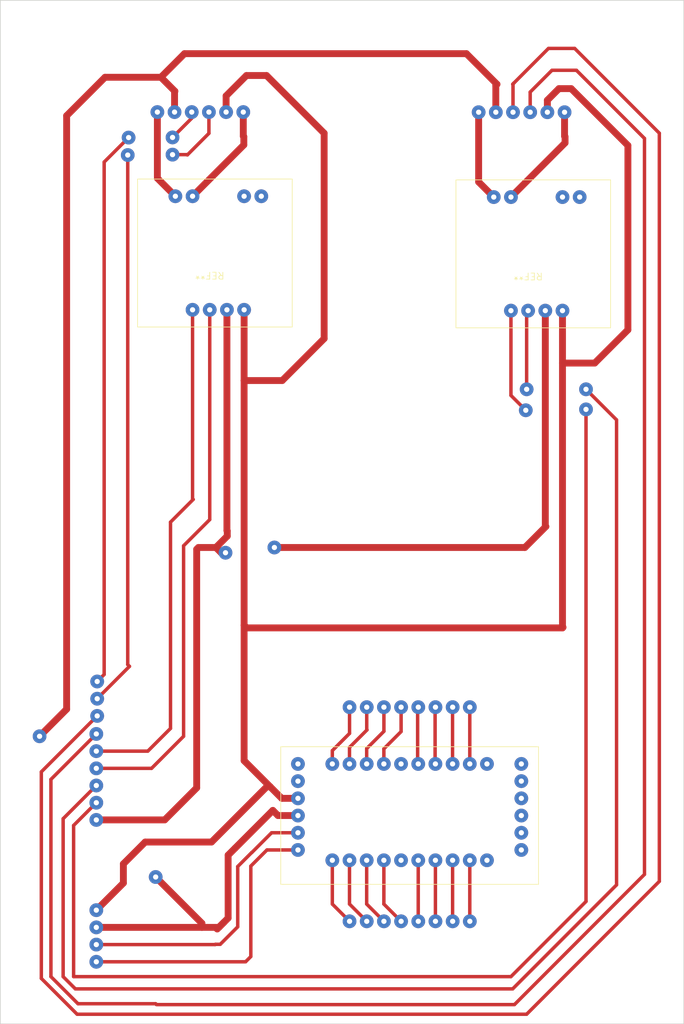
<source format=kicad_pcb>
(kicad_pcb (version 20221018) (generator pcbnew)
  (layers (0 "F.Cu" signal) (31 "B.Cu" signal) (34 "B.Paste" user) (35 "F.Paste" user) (36 "B.SilkS" user "B.Silkscreen") (37 "F.SilkS" user "F.Silkscreen") (38 "B.Mask" user) (39 "F.Mask" user) (44 "Edge.Cuts" user))
  (net 0 "")
  (footprint "" (layer "F.Cu") (at 102.997 50.653)
    (fp_text reference "" (at 0 0) (layer "F.SilkS") (effects (font (size 1.27 1.27))))
    (fp_text value "" (at 0 0) (layer "F.SilkS") (effects (font (size 1.27 1.27))))
    (pad "17" thru_hole circle (at 0 0 180) (size 2 2) (drill 0.762) (layers "*.Cu" "*.Mask"))
  )
  (footprint "" (layer "F.Cu") (at 95.497 50.653)
    (fp_text reference "" (at 0 0) (layer "F.SilkS") (effects (font (size 1.27 1.27))))
    (fp_text value "" (at 0 0) (layer "F.SilkS") (effects (font (size 1.27 1.27))))
    (pad "17" thru_hole circle (at 0 0 180) (size 2 2) (drill 0.762) (layers "*.Cu" "*.Mask"))
  )
  (footprint "" (layer "F.Cu") (at 149.098 93.98)
    (fp_text reference "" (at 0 0) (layer "F.SilkS") (effects (font (size 1.27 1.27))))
    (fp_text value "" (at 0 0) (layer "F.SilkS") (effects (font (size 1.27 1.27))))
    (pad "17" thru_hole circle (at 0 0 180) (size 2 2) (drill 0.762) (layers "*.Cu" "*.Mask"))
  )
  (footprint "" (layer "F.Cu") (at 91.186 56.896 90)
    (fp_text reference "" (at 0 0 90) (layer "F.SilkS") (effects (font (size 1.27 1.27))))
    (fp_text value "" (at 0 0 90) (layer "F.SilkS") (effects (font (size 1.27 1.27))))
    (pad "17" thru_hole circle (at 0 0 270) (size 2 2) (drill 0.762) (layers "*.Cu" "*.Mask"))
  )
  (footprint "" (layer "F.Cu") (at 86.614 174.117)
    (fp_text reference "" (at 0 0) (layer "F.SilkS") (effects (font (size 1.27 1.27))))
    (fp_text value "" (at 0 0) (layer "F.SilkS") (effects (font (size 1.27 1.27))))
    (pad "17" thru_hole circle (at 0 0 180) (size 2 2) (drill 0.762) (layers "*.Cu" "*.Mask"))
  )
  (footprint "" (layer "F.Cu") (at 86.741 135.89)
    (fp_text reference "" (at 0 0) (layer "F.SilkS") (effects (font (size 1.27 1.27))))
    (fp_text value "" (at 0 0) (layer "F.SilkS") (effects (font (size 1.27 1.27))))
    (pad "17" thru_hole circle (at 0 0 180) (size 2 2) (drill 0.762) (layers "*.Cu" "*.Mask"))
  )
  (footprint "" (layer "F.Cu") (at 135.958 137.12)
    (fp_text reference "" (at 0 0) (layer "F.SilkS") (effects (font (size 1.27 1.27))))
    (fp_text value "" (at 0 0) (layer "F.SilkS") (effects (font (size 1.27 1.27))))
    (pad "17" thru_hole circle (at 0 0 180) (size 2 2) (drill 0.762) (layers "*.Cu" "*.Mask"))
  )
  (footprint "" (layer "F.Cu") (at 138.458 168.235)
    (fp_text reference "" (at 0 0) (layer "F.SilkS") (effects (font (size 1.27 1.27))))
    (fp_text value "" (at 0 0) (layer "F.SilkS") (effects (font (size 1.27 1.27))))
    (pad "17" thru_hole circle (at 0 0 180) (size 2 2) (drill 0.762) (layers "*.Cu" "*.Mask"))
  )
  (footprint "" (layer "F.Cu") (at 112.522 113.919)
    (fp_text reference "" (at 0 0) (layer "F.SilkS") (effects (font (size 1.27 1.27))))
    (fp_text value "" (at 0 0) (layer "F.SilkS") (effects (font (size 1.27 1.27))))
    (pad "17" thru_hole circle (at 0 0 180) (size 2 2) (drill 0.762) (layers "*.Cu" "*.Mask"))
  )
  (footprint "" (layer "F.Cu") (at 144.74 50.673)
    (fp_text reference "" (at 0 0) (layer "F.SilkS") (effects (font (size 1.27 1.27))))
    (fp_text value "" (at 0 0) (layer "F.SilkS") (effects (font (size 1.27 1.27))))
    (pad "17" thru_hole circle (at 0 0 180) (size 2 2) (drill 0.762) (layers "*.Cu" "*.Mask"))
  )
  (footprint "" (layer "F.Cu") (at 97.703 56.836 90)
    (fp_text reference "" (at 0 0 90) (layer "F.SilkS") (effects (font (size 1.27 1.27))))
    (fp_text value "" (at 0 0 90) (layer "F.SilkS") (effects (font (size 1.27 1.27))))
    (pad "17" thru_hole circle (at 0 0 270) (size 2 2) (drill 0.762) (layers "*.Cu" "*.Mask"))
  )
  (footprint "" (layer "F.Cu") (at 86.614 169.117)
    (fp_text reference "" (at 0 0) (layer "F.SilkS") (effects (font (size 1.27 1.27))))
    (fp_text value "" (at 0 0) (layer "F.SilkS") (effects (font (size 1.27 1.27))))
    (pad "17" thru_hole circle (at 0 0 180) (size 2 2) (drill 0.762) (layers "*.Cu" "*.Mask"))
  )
  (footprint "" (layer "F.Cu") (at 97.997 50.653)
    (fp_text reference "" (at 0 0) (layer "F.SilkS") (effects (font (size 1.27 1.27))))
    (fp_text value "" (at 0 0) (layer "F.SilkS") (effects (font (size 1.27 1.27))))
    (pad "17" thru_hole circle (at 0 0 180) (size 2 2) (drill 0.762) (layers "*.Cu" "*.Mask"))
  )
  (footprint "" (layer "F.Cu") (at 91.313 54.356 90)
    (fp_text reference "" (at 0 0 90) (layer "F.SilkS") (effects (font (size 1.27 1.27))))
    (fp_text value "" (at 0 0 90) (layer "F.SilkS") (effects (font (size 1.27 1.27))))
    (pad "17" thru_hole circle (at 0 0 270) (size 2 2) (drill 0.762) (layers "*.Cu" "*.Mask"))
  )
  (footprint "" (layer "F.Cu") (at 107.997 50.653)
    (fp_text reference "" (at 0 0) (layer "F.SilkS") (effects (font (size 1.27 1.27))))
    (fp_text value "" (at 0 0) (layer "F.SilkS") (effects (font (size 1.27 1.27))))
    (pad "17" thru_hole circle (at 0 0 180) (size 2 2) (drill 0.762) (layers "*.Cu" "*.Mask"))
  )
  (footprint "" (layer "F.Cu") (at 105.497 50.653)
    (fp_text reference "" (at 0 0) (layer "F.SilkS") (effects (font (size 1.27 1.27))))
    (fp_text value "" (at 0 0) (layer "F.SilkS") (effects (font (size 1.27 1.27))))
    (pad "17" thru_hole circle (at 0 0 180) (size 2 2) (drill 0.762) (layers "*.Cu" "*.Mask"))
  )
  (footprint "" (layer "F.Cu") (at 147.24 50.673)
    (fp_text reference "" (at 0 0) (layer "F.SilkS") (effects (font (size 1.27 1.27))))
    (fp_text value "" (at 0 0) (layer "F.SilkS") (effects (font (size 1.27 1.27))))
    (pad "17" thru_hole circle (at 0 0 180) (size 2 2) (drill 0.762) (layers "*.Cu" "*.Mask"))
  )
  (footprint "" (layer "F.Cu") (at 149.74 50.673)
    (fp_text reference "" (at 0 0) (layer "F.SilkS") (effects (font (size 1.27 1.27))))
    (fp_text value "" (at 0 0) (layer "F.SilkS") (effects (font (size 1.27 1.27))))
    (pad "17" thru_hole circle (at 0 0 180) (size 2 2) (drill 0.762) (layers "*.Cu" "*.Mask"))
  )
  (footprint "" (layer "F.Cu") (at 142.24 50.673)
    (fp_text reference "" (at 0 0) (layer "F.SilkS") (effects (font (size 1.27 1.27))))
    (fp_text value "" (at 0 0) (layer "F.SilkS") (effects (font (size 1.27 1.27))))
    (pad "17" thru_hole circle (at 0 0 180) (size 2 2) (drill 0.762) (layers "*.Cu" "*.Mask"))
  )
  (footprint "" (layer "F.Cu") (at 100.497 50.653)
    (fp_text reference "" (at 0 0) (layer "F.SilkS") (effects (font (size 1.27 1.27))))
    (fp_text value "" (at 0 0) (layer "F.SilkS") (effects (font (size 1.27 1.27))))
    (pad "17" thru_hole circle (at 0 0 180) (size 2 2) (drill 0.762) (layers "*.Cu" "*.Mask"))
  )
  (footprint "" (layer "F.Cu") (at 140.958 168.235)
    (fp_text reference "" (at 0 0) (layer "F.SilkS") (effects (font (size 1.27 1.27))))
    (fp_text value "" (at 0 0) (layer "F.SilkS") (effects (font (size 1.27 1.27))))
    (pad "17" thru_hole circle (at 0 0 180) (size 2 2) (drill 0.762) (layers "*.Cu" "*.Mask"))
  )
  (footprint "" (layer "F.Cu") (at 157.861 90.932)
    (fp_text reference "" (at 0 0) (layer "F.SilkS") (effects (font (size 1.27 1.27))))
    (fp_text value "" (at 0 0) (layer "F.SilkS") (effects (font (size 1.27 1.27))))
    (pad "17" thru_hole circle (at 0 0 180) (size 2 2) (drill 0.762) (layers "*.Cu" "*.Mask"))
  )
  (footprint "" (layer "F.Cu") (at 133.458 137.12)
    (fp_text reference "" (at 0 0) (layer "F.SilkS") (effects (font (size 1.27 1.27))))
    (fp_text value "" (at 0 0) (layer "F.SilkS") (effects (font (size 1.27 1.27))))
    (pad "17" thru_hole circle (at 0 0 180) (size 2 2) (drill 0.762) (layers "*.Cu" "*.Mask"))
  )
  (footprint "" (layer "F.Cu") (at 138.458 137.12)
    (fp_text reference "" (at 0 0) (layer "F.SilkS") (effects (font (size 1.27 1.27))))
    (fp_text value "" (at 0 0) (layer "F.SilkS") (effects (font (size 1.27 1.27))))
    (pad "17" thru_hole circle (at 0 0 180) (size 2 2) (drill 0.762) (layers "*.Cu" "*.Mask"))
  )
  (footprint "" (layer "F.Cu") (at 105.41 114.681)
    (fp_text reference "" (at 0 0) (layer "F.SilkS") (effects (font (size 1.27 1.27))))
    (fp_text value "" (at 0 0) (layer "F.SilkS") (effects (font (size 1.27 1.27))))
    (pad "17" thru_hole circle (at 0 0 180) (size 2 2) (drill 0.762) (layers "*.Cu" "*.Mask"))
  )
  (footprint "" (layer "F.Cu") (at 130.958 137.12)
    (fp_text reference "" (at 0 0) (layer "F.SilkS") (effects (font (size 1.27 1.27))))
    (fp_text value "" (at 0 0) (layer "F.SilkS") (effects (font (size 1.27 1.27))))
    (pad "17" thru_hole circle (at 0 0 180) (size 2 2) (drill 0.762) (layers "*.Cu" "*.Mask"))
  )
  (footprint "" (layer "F.Cu") (at 86.614 171.617)
    (fp_text reference "" (at 0 0) (layer "F.SilkS") (effects (font (size 1.27 1.27))))
    (fp_text value "" (at 0 0) (layer "F.SilkS") (effects (font (size 1.27 1.27))))
    (pad "17" thru_hole circle (at 0 0 180) (size 2 2) (drill 0.762) (layers "*.Cu" "*.Mask"))
  )
  (footprint "" (layer "F.Cu") (at 86.614 148.503)
    (fp_text reference "" (at 0 0) (layer "F.SilkS") (effects (font (size 1.27 1.27))))
    (fp_text value "" (at 0 0) (layer "F.SilkS") (effects (font (size 1.27 1.27))))
    (pad "17" thru_hole circle (at 0 0 180) (size 2 2) (drill 0.762) (layers "*.Cu" "*.Mask"))
  )
  (footprint "" (layer "F.Cu") (at 128.458 137.12)
    (fp_text reference "" (at 0 0) (layer "F.SilkS") (effects (font (size 1.27 1.27))))
    (fp_text value "" (at 0 0) (layer "F.SilkS") (effects (font (size 1.27 1.27))))
    (pad "17" thru_hole circle (at 0 0 180) (size 2 2) (drill 0.762) (layers "*.Cu" "*.Mask"))
  )
  (footprint "temp:DRV8871_temp" (layer "F.Cu") (at 149.439 72.002 180)
    (fp_text reference "REF**" (at 0 -2.5 180 unlocked) (layer "F.SilkS") (effects (font (thickness 0.1))))
    (fp_text value "DRV8871_temp")
    (fp_rect (start -12 -10) (end 10.5 11.5) (stroke (width 0.1)) (fill none) (layer "F.SilkS"))
    (pad "17" thru_hole circle (at -7.5 9 180) (size 2 2) (drill 0.762) (layers "*.Cu" "*.Mask"))
    (pad "17" thru_hole circle (at -5 -7.5 180) (size 2 2) (drill 0.762) (layers "*.Cu" "*.Mask"))
    (pad "17" thru_hole circle (at -5 9 180) (size 2 2) (drill 0.762) (layers "*.Cu" "*.Mask"))
    (pad "17" thru_hole circle (at -2.5 -7.5 180) (size 2 2) (drill 0.762) (layers "*.Cu" "*.Mask"))
    (pad "17" thru_hole circle (at 0 -7.5 180) (size 2 2) (drill 0.762) (layers "*.Cu" "*.Mask"))
    (pad "17" thru_hole circle (at 2.5 -7.5 180) (size 2 2) (drill 0.762) (layers "*.Cu" "*.Mask"))
    (pad "17" thru_hole circle (at 2.5 9 180) (size 2 2) (drill 0.762) (layers "*.Cu" "*.Mask"))
    (pad "17" thru_hole circle (at 5 9 180) (size 2 2) (drill 0.762) (layers "*.Cu" "*.Mask"))
  )
  (footprint "" (layer "F.Cu") (at 125.958 137.12)
    (fp_text reference "" (at 0 0) (layer "F.SilkS") (effects (font (size 1.27 1.27))))
    (fp_text value "" (at 0 0) (layer "F.SilkS") (effects (font (size 1.27 1.27))))
    (pad "17" thru_hole circle (at 0 0 180) (size 2 2) (drill 0.762) (layers "*.Cu" "*.Mask"))
  )
  (footprint "" (layer "F.Cu") (at 97.703 54.336 90)
    (fp_text reference "" (at 0 0 90) (layer "F.SilkS") (effects (font (size 1.27 1.27))))
    (fp_text value "" (at 0 0 90) (layer "F.SilkS") (effects (font (size 1.27 1.27))))
    (pad "17" thru_hole circle (at 0 0 270) (size 2 2) (drill 0.762) (layers "*.Cu" "*.Mask"))
  )
  (footprint "" (layer "F.Cu") (at 123.458 137.12)
    (fp_text reference "" (at 0 0) (layer "F.SilkS") (effects (font (size 1.27 1.27))))
    (fp_text value "" (at 0 0) (layer "F.SilkS") (effects (font (size 1.27 1.27))))
    (pad "17" thru_hole circle (at 0 0 180) (size 2 2) (drill 0.762) (layers "*.Cu" "*.Mask"))
  )
  (footprint "" (layer "F.Cu") (at 123.458 168.235)
    (fp_text reference "" (at 0 0) (layer "F.SilkS") (effects (font (size 1.27 1.27))))
    (fp_text value "" (at 0 0) (layer "F.SilkS") (effects (font (size 1.27 1.27))))
    (pad "17" thru_hole circle (at 0 0 180) (size 2 2) (drill 0.762) (layers "*.Cu" "*.Mask"))
  )
  (footprint "" (layer "F.Cu") (at 128.458 168.235)
    (fp_text reference "" (at 0 0) (layer "F.SilkS") (effects (font (size 1.27 1.27))))
    (fp_text value "" (at 0 0) (layer "F.SilkS") (effects (font (size 1.27 1.27))))
    (pad "17" thru_hole circle (at 0 0 180) (size 2 2) (drill 0.762) (layers "*.Cu" "*.Mask"))
  )
  (footprint "" (layer "F.Cu") (at 86.614 141.01)
    (fp_text reference "" (at 0 0) (layer "F.SilkS") (effects (font (size 1.27 1.27))))
    (fp_text value "" (at 0 0) (layer "F.SilkS") (effects (font (size 1.27 1.27))))
    (pad "17" thru_hole circle (at 0 0 180) (size 2 2) (drill 0.762) (layers "*.Cu" "*.Mask"))
  )
  (footprint "" (layer "F.Cu") (at 86.614 143.51)
    (fp_text reference "" (at 0 0) (layer "F.SilkS") (effects (font (size 1.27 1.27))))
    (fp_text value "" (at 0 0) (layer "F.SilkS") (effects (font (size 1.27 1.27))))
    (pad "17" thru_hole circle (at 0 0 180) (size 2 2) (drill 0.762) (layers "*.Cu" "*.Mask"))
  )
  (footprint "" (layer "F.Cu") (at 154.74 50.673)
    (fp_text reference "" (at 0 0) (layer "F.SilkS") (effects (font (size 1.27 1.27))))
    (fp_text value "" (at 0 0) (layer "F.SilkS") (effects (font (size 1.27 1.27))))
    (pad "17" thru_hole circle (at 0 0 180) (size 2 2) (drill 0.762) (layers "*.Cu" "*.Mask"))
  )
  (footprint "" (layer "F.Cu") (at 95.25 161.798)
    (fp_text reference "" (at 0 0) (layer "F.SilkS") (effects (font (size 1.27 1.27))))
    (fp_text value "" (at 0 0) (layer "F.SilkS") (effects (font (size 1.27 1.27))))
    (pad "17" thru_hole circle (at 0 0 180) (size 2 2) (drill 0.762) (layers "*.Cu" "*.Mask"))
  )
  (footprint "" (layer "F.Cu") (at 86.614 153.503)
    (fp_text reference "" (at 0 0) (layer "F.SilkS") (effects (font (size 1.27 1.27))))
    (fp_text value "" (at 0 0) (layer "F.SilkS") (effects (font (size 1.27 1.27))))
    (pad "17" thru_hole circle (at 0 0 180) (size 2 2) (drill 0.762) (layers "*.Cu" "*.Mask"))
  )
  (footprint "" (layer "F.Cu") (at 86.741 133.39)
    (fp_text reference "" (at 0 0) (layer "F.SilkS") (effects (font (size 1.27 1.27))))
    (fp_text value "" (at 0 0) (layer "F.SilkS") (effects (font (size 1.27 1.27))))
    (pad "17" thru_hole circle (at 0 0 180) (size 2 2) (drill 0.762) (layers "*.Cu" "*.Mask"))
  )
  (footprint "" (layer "F.Cu") (at 86.614 146.01)
    (fp_text reference "" (at 0 0) (layer "F.SilkS") (effects (font (size 1.27 1.27))))
    (fp_text value "" (at 0 0) (layer "F.SilkS") (effects (font (size 1.27 1.27))))
    (pad "17" thru_hole circle (at 0 0 180) (size 2 2) (drill 0.762) (layers "*.Cu" "*.Mask"))
  )
  (footprint "" (layer "F.Cu") (at 149.225 90.932)
    (fp_text reference "" (at 0 0) (layer "F.SilkS") (effects (font (size 1.27 1.27))))
    (fp_text value "" (at 0 0) (layer "F.SilkS") (effects (font (size 1.27 1.27))))
    (pad "17" thru_hole circle (at 0 0 180) (size 2 2) (drill 0.762) (layers "*.Cu" "*.Mask"))
  )
  (footprint "temp:SX_1509_temp" (layer "F.Cu") (at 130.951 152.868 180)
    (fp_text reference "REF**" hide)
    (fp_text value "SX_1509_temp")
    (fp_rect (start -20 -10) (end 17.5 10) (stroke (width 0.1)) (fill none) (layer "F.SilkS"))
    (pad "17" thru_hole circle (at -17.5 -5 180) (size 2 2) (drill 0.762) (layers "*.Cu" "*.Mask"))
    (pad "17" thru_hole circle (at -17.5 -2.5 180) (size 2 2) (drill 0.762) (layers "*.Cu" "*.Mask"))
    (pad "17" thru_hole circle (at -17.5 0 180) (size 2 2) (drill 0.762) (layers "*.Cu" "*.Mask"))
    (pad "17" thru_hole circle (at -17.5 2.5 180) (size 2 2) (drill 0.762) (layers "*.Cu" "*.Mask"))
    (pad "17" thru_hole circle (at -17.5 5 180) (size 2 2) (drill 0.762) (layers "*.Cu" "*.Mask"))
    (pad "17" thru_hole circle (at -17.5 7.5 180) (size 2 2) (drill 0.762) (layers "*.Cu" "*.Mask"))
    (pad "17" thru_hole circle (at -12.5 -6.5 180) (size 2 2) (drill 0.762) (layers "*.Cu" "*.Mask"))
    (pad "17" thru_hole circle (at -12.5 7.5 180) (size 2 2) (drill 0.762) (layers "*.Cu" "*.Mask"))
    (pad "17" thru_hole circle (at -10 -6.5 180) (size 2 2) (drill 0.762) (layers "*.Cu" "*.Mask"))
    (pad "17" thru_hole circle (at -10 7.5 180) (size 2 2) (drill 0.762) (layers "*.Cu" "*.Mask"))
    (pad "17" thru_hole circle (at -7.5 -6.5 180) (size 2 2) (drill 0.762) (layers "*.Cu" "*.Mask"))
    (pad "17" thru_hole circle (at -7.5 7.5 180) (size 2 2) (drill 0.762) (layers "*.Cu" "*.Mask"))
    (pad "17" thru_hole circle (at -5 -6.5 180) (size 2 2) (drill 0.762) (layers "*.Cu" "*.Mask"))
    (pad "17" thru_hole circle (at -5 7.5 180) (size 2 2) (drill 0.762) (layers "*.Cu" "*.Mask"))
    (pad "17" thru_hole circle (at -2.5 -6.5 180) (size 2 2) (drill 0.762) (layers "*.Cu" "*.Mask"))
    (pad "17" thru_hole circle (at -2.5 7.5 180) (size 2 2) (drill 0.762) (layers "*.Cu" "*.Mask"))
    (pad "17" thru_hole circle (at 0 -6.5 180) (size 2 2) (drill 0.762) (layers "*.Cu" "*.Mask"))
    (pad "17" thru_hole circle (at 0 7.5 180) (size 2 2) (drill 0.762) (layers "*.Cu" "*.Mask"))
    (pad "17" thru_hole circle (at 2.5 -6.5 180) (size 2 2) (drill 0.762) (layers "*.Cu" "*.Mask"))
    (pad "17" thru_hole circle (at 2.5 7.5 180) (size 2 2) (drill 0.762) (layers "*.Cu" "*.Mask"))
    (pad "17" thru_hole circle (at 5 -6.5 180) (size 2 2) (drill 0.762) (layers "*.Cu" "*.Mask"))
    (pad "17" thru_hole circle (at 5 7.5 180) (size 2 2) (drill 0.762) (layers "*.Cu" "*.Mask"))
    (pad "17" thru_hole circle (at 7.5 -6.5 180) (size 2 2) (drill 0.762) (layers "*.Cu" "*.Mask"))
    (pad "17" thru_hole circle (at 7.5 7.5 180) (size 2 2) (drill 0.762) (layers "*.Cu" "*.Mask"))
    (pad "17" thru_hole circle (at 10 -6.5 180) (size 2 2) (drill 0.762) (layers "*.Cu" "*.Mask"))
    (pad "17" thru_hole circle (at 10 7.5 180) (size 2 2) (drill 0.762) (layers "*.Cu" "*.Mask"))
    (pad "17" thru_hole circle (at 15 -5 180) (size 2 2) (drill 0.762) (layers "*.Cu" "*.Mask"))
    (pad "17" thru_hole circle (at 15 -2.5 180) (size 2 2) (drill 0.762) (layers "*.Cu" "*.Mask"))
    (pad "17" thru_hole circle (at 15 0 180) (size 2 2) (drill 0.762) (layers "*.Cu" "*.Mask"))
    (pad "17" thru_hole circle (at 15 2.5 180) (size 2 2) (drill 0.762) (layers "*.Cu" "*.Mask"))
    (pad "17" thru_hole circle (at 15 5 180) (size 2 2) (drill 0.762) (layers "*.Cu" "*.Mask"))
    (pad "17" thru_hole circle (at 15 7.5 180) (size 2 2) (drill 0.762) (layers "*.Cu" "*.Mask"))
  )
  (footprint "" (layer "F.Cu") (at 86.741 138.39)
    (fp_text reference "" (at 0 0) (layer "F.SilkS") (effects (font (size 1.27 1.27))))
    (fp_text value "" (at 0 0) (layer "F.SilkS") (effects (font (size 1.27 1.27))))
    (pad "17" thru_hole circle (at 0 0 180) (size 2 2) (drill 0.762) (layers "*.Cu" "*.Mask"))
  )
  (footprint "" (layer "F.Cu") (at 152.24 50.673)
    (fp_text reference "" (at 0 0) (layer "F.SilkS") (effects (font (size 1.27 1.27))))
    (fp_text value "" (at 0 0) (layer "F.SilkS") (effects (font (size 1.27 1.27))))
    (pad "17" thru_hole circle (at 0 0 180) (size 2 2) (drill 0.762) (layers "*.Cu" "*.Mask"))
  )
  (footprint "" (layer "F.Cu") (at 130.958 168.235)
    (fp_text reference "" (at 0 0) (layer "F.SilkS") (effects (font (size 1.27 1.27))))
    (fp_text value "" (at 0 0) (layer "F.SilkS") (effects (font (size 1.27 1.27))))
    (pad "17" thru_hole circle (at 0 0 180) (size 2 2) (drill 0.762) (layers "*.Cu" "*.Mask"))
  )
  (footprint "" (layer "F.Cu") (at 86.614 151.003)
    (fp_text reference "" (at 0 0) (layer "F.SilkS") (effects (font (size 1.27 1.27))))
    (fp_text value "" (at 0 0) (layer "F.SilkS") (effects (font (size 1.27 1.27))))
    (pad "17" thru_hole circle (at 0 0 180) (size 2 2) (drill 0.762) (layers "*.Cu" "*.Mask"))
  )
  (footprint "" (layer "F.Cu") (at 125.958 168.235)
    (fp_text reference "" (at 0 0) (layer "F.SilkS") (effects (font (size 1.27 1.27))))
    (fp_text value "" (at 0 0) (layer "F.SilkS") (effects (font (size 1.27 1.27))))
    (pad "17" thru_hole circle (at 0 0 180) (size 2 2) (drill 0.762) (layers "*.Cu" "*.Mask"))
  )
  (footprint "" (layer "F.Cu") (at 86.614 166.617)
    (fp_text reference "" (at -4.332 -1.651) (layer "F.SilkS") (effects (font (size 1.27 1.27))))
    (fp_text value "" (at -4.332 -1.651) (layer "F.SilkS") (effects (font (size 1.27 1.27))))
    (pad "17" thru_hole circle (at 0 0 180) (size 2 2) (drill 0.762) (layers "*.Cu" "*.Mask"))
  )
  (footprint "" (layer "F.Cu") (at 135.958 168.235)
    (fp_text reference "" (at 0 0) (layer "F.SilkS") (effects (font (size 1.27 1.27))))
    (fp_text value "" (at 0 0) (layer "F.SilkS") (effects (font (size 1.27 1.27))))
    (pad "17" thru_hole circle (at 0 0 180) (size 2 2) (drill 0.762) (layers "*.Cu" "*.Mask"))
  )
  (footprint "" (layer "F.Cu") (at 78.359 141.351)
    (fp_text reference "" (at 0 0) (layer "F.SilkS") (effects (font (size 1.27 1.27))))
    (fp_text value "" (at 0 0) (layer "F.SilkS") (effects (font (size 1.27 1.27))))
    (pad "17" thru_hole circle (at 0 0 180) (size 2 2) (drill 0.762) (layers "*.Cu" "*.Mask"))
  )
  (footprint "" (layer "F.Cu") (at 133.458 168.235)
    (fp_text reference "" (at 0 0) (layer "F.SilkS") (effects (font (size 1.27 1.27))))
    (fp_text value "" (at 0 0) (layer "F.SilkS") (effects (font (size 1.27 1.27))))
    (pad "17" thru_hole circle (at 0 0 180) (size 2 2) (drill 0.762) (layers "*.Cu" "*.Mask"))
  )
  (footprint "" (layer "F.Cu") (at 157.861 93.853)
    (fp_text reference "" (at 0 0) (layer "F.SilkS") (effects (font (size 1.27 1.27))))
    (fp_text value "" (at 0 0) (layer "F.SilkS") (effects (font (size 1.27 1.27))))
    (pad "17" thru_hole circle (at 0 0 180) (size 2 2) (drill 0.762) (layers "*.Cu" "*.Mask"))
  )
  (footprint "temp:DRV8871_temp" (layer "F.Cu") (at 103.117 71.882 180)
    (fp_text reference "REF**" (at 0 -2.5 180 unlocked) (layer "F.SilkS") (effects (font (thickness 0.1))))
    (fp_text value "DRV8871_temp")
    (fp_rect (start -12 -10) (end 10.5 11.5) (stroke (width 0.1)) (fill none) (layer "F.SilkS"))
    (pad "17" thru_hole circle (at -7.5 9 180) (size 2 2) (drill 0.762) (layers "*.Cu" "*.Mask"))
    (pad "17" thru_hole circle (at -5 -7.5 180) (size 2 2) (drill 0.762) (layers "*.Cu" "*.Mask"))
    (pad "17" thru_hole circle (at -5 9 180) (size 2 2) (drill 0.762) (layers "*.Cu" "*.Mask"))
    (pad "17" thru_hole circle (at -2.5 -7.5 180) (size 2 2) (drill 0.762) (layers "*.Cu" "*.Mask"))
    (pad "17" thru_hole circle (at 0 -7.5 180) (size 2 2) (drill 0.762) (layers "*.Cu" "*.Mask"))
    (pad "17" thru_hole circle (at 2.5 -7.5 180) (size 2 2) (drill 0.762) (layers "*.Cu" "*.Mask"))
    (pad "17" thru_hole circle (at 2.5 9 180) (size 2 2) (drill 0.762) (layers "*.Cu" "*.Mask"))
    (pad "17" thru_hole circle (at 5 9 180) (size 2 2) (drill 0.762) (layers "*.Cu" "*.Mask"))
  )
  (footprint "" (layer "F.Cu") (at 140.958 137.12)
    (fp_text reference "" (at 0 0) (layer "F.SilkS") (effects (font (size 1.27 1.27))))
    (fp_text value "" (at 0 0) (layer "F.SilkS") (effects (font (size 1.27 1.27))))
    (pad "17" thru_hole circle (at 0 0 180) (size 2 2) (drill 0.762) (layers "*.Cu" "*.Mask"))
  )
  (gr_rect (start 72.651 34.417) (end 172.085 183.134) (stroke (width 0.1)) (fill none) (layer "Edge.Cuts"))
  (segment (start 100.497 51.542) (end 97.703 54.336) (width 0.5) (layer "F.Cu") (net 0))
  (segment (start 138.451 159.368) (end 138.451 168.228) (width 0.5) (layer "F.Cu") (net 0))
  (segment (start 78.613 176.53) (end 78.613 146.518) (width 0.5) (layer "F.Cu") (net 0))
  (segment (start 162.306 162.941) (end 162.306 95.377) (width 0.5) (layer "F.Cu") (net 0))
  (segment (start 108.117 125.222) (end 108.117 89.662) (width 1) (layer "F.Cu") (net 0))
  (segment (start 154.813 55.128) (end 154.813 54.229) (width 1) (layer "F.Cu") (net 0))
  (segment (start 94.655 146.01) (end 99.314 141.351) (width 0.5) (layer "F.Cu") (net 0))
  (segment (start 125.951 143.136) (end 128.458 140.629) (width 0.5) (layer "F.Cu") (net 0))
  (segment (start 108.117 144.893) (end 108.298 145.074) (width 1) (layer "F.Cu") (net 0))
  (segment (start 104.775 114.681) (end 105.41 114.681) (width 1) (layer "F.Cu") (net 0))
  (segment (start 135.904 145.4315) (end 135.904 137.1905) (width 0.5) (layer "F.Cu") (net 0))
  (segment (start 120.951 165.728) (end 123.458 168.235) (width 0.5) (layer "F.Cu") (net 0))
  (segment (start 123.451 165.728) (end 125.958 168.235) (width 0.5) (layer "F.Cu") (net 0))
  (segment (start 135.951 159.368) (end 135.951 168.228) (width 0.5) (layer "F.Cu") (net 0))
  (segment (start 135.951 168.228) (end 135.958 168.235) (width 0.5) (layer "F.Cu") (net 0))
  (segment (start 119.761 83.566) (end 119.761 53.721) (width 1) (layer "F.Cu") (net 0))
  (segment (start 108.077 55.422) (end 108.077 54.229) (width 1) (layer "F.Cu") (net 0))
  (segment (start 95.497 60.262) (end 98.117 62.882) (width 1) (layer "F.Cu") (net 0))
  (segment (start 97.997 47.672) (end 97.997 50.653) (width 1) (layer "F.Cu") (net 0))
  (segment (start 120.951 159.368) (end 120.951 165.728) (width 0.5) (layer "F.Cu") (net 0))
  (segment (start 157.861 165.354) (end 157.861 93.853) (width 0.5) (layer "F.Cu") (net 0))
  (segment (start 111.44 157.868) (end 115.951 157.868) (width 0.5) (layer "F.Cu") (net 0))
  (segment (start 98.044 47.625) (end 97.997 47.672) (width 1) (layer "F.Cu") (net 0))
  (segment (start 109.093 173.355) (end 109.093 160.215) (width 0.5) (layer "F.Cu") (net 0))
  (segment (start 112.115 155.368) (end 115.951 155.368) (width 0.5) (layer "F.Cu") (net 0))
  (segment (start 123.451 142.969) (end 125.998 140.422) (width 0.5) (layer "F.Cu") (net 0))
  (segment (start 106.807 157.607) (end 105.791 158.623) (width 1) (layer "F.Cu") (net 0))
  (segment (start 108.077 54.229) (end 107.997 54.149) (width 1) (layer "F.Cu") (net 0))
  (segment (start 111.406 148.69) (end 111.914 148.69) (width 1) (layer "F.Cu") (net 0))
  (segment (start 168.529 53.721) (end 156.21 41.402) (width 0.5) (layer "F.Cu") (net 0))
  (segment (start 105.791 158.623) (end 105.791 167.767) (width 1) (layer "F.Cu") (net 0))
  (segment (start 152.019 110.871) (end 148.971 113.919) (width 1) (layer "F.Cu") (net 0))
  (segment (start 142.24 50.673) (end 142.24 60.803) (width 1) (layer "F.Cu") (net 0))
  (segment (start 103.94 171.577) (end 104.648 171.577) (width 0.5) (layer "F.Cu") (net 0))
  (segment (start 151.939 110.791) (end 151.939 79.502) (width 1) (layer "F.Cu") (net 0))
  (segment (start 83.947 180.213) (end 95.25 180.213) (width 0.5) (layer "F.Cu") (net 0))
  (segment (start 100.711 106.934) (end 100.617 106.84) (width 0.5) (layer "F.Cu") (net 0))
  (segment (start 101.981 168.529) (end 101.981 169.117) (width 1) (layer "F.Cu") (net 0))
  (segment (start 105.156 168.402) (end 104.441 169.117) (width 1) (layer "F.Cu") (net 0))
  (segment (start 95.25 180.213) (end 95.377 180.34) (width 0.5) (layer "F.Cu") (net 0))
  (segment (start 105.156 168.402) (end 104.2035 169.3545) (width 1) (layer "F.Cu") (net 0))
  (segment (start 154.439 87.122) (end 154.439 79.502) (width 1) (layer "F.Cu") (net 0))
  (segment (start 99.314 141.351) (end 99.314 113.665) (width 0.5) (layer "F.Cu") (net 0))
  (segment (start 100.617 106.84) (end 100.617 79.382) (width 0.5) (layer "F.Cu") (net 0))
  (segment (start 133.451 159.368) (end 133.451 168.228) (width 0.5) (layer "F.Cu") (net 0))
  (segment (start 105.664 112.268) (end 105.664 111.506) (width 1) (layer "F.Cu") (net 0))
  (segment (start 80.01 147.614) (end 80.01 176.276) (width 0.5) (layer "F.Cu") (net 0))
  (segment (start 108.117 89.662) (end 108.117 79.382) (width 1) (layer "F.Cu") (net 0))
  (segment (start 149.225 79.716) (end 149.439 79.502) (width 0.5) (layer "F.Cu") (net 0))
  (segment (start 140.462 42.164) (end 144.907 46.609) (width 1) (layer "F.Cu") (net 0))
  (segment (start 95.25 161.798) (end 101.981 168.529) (width 1) (layer "F.Cu") (net 0))
  (segment (start 91.186 130.937) (end 91.186 56.896) (width 0.5) (layer "F.Cu") (net 0))
  (segment (start 78.613 146.518) (end 86.741 138.39) (width 0.5) (layer "F.Cu") (net 0))
  (segment (start 95.377 180.34) (end 147.447 180.34) (width 0.5) (layer "F.Cu") (net 0))
  (segment (start 107.188 169.037) (end 107.188 160.274) (width 0.5) (layer "F.Cu") (net 0))
  (segment (start 109.241 158.242) (end 112.115 155.368) (width 0.5) (layer "F.Cu") (net 0))
  (segment (start 83.312 154.305) (end 83.312 176.276) (width 0.5) (layer "F.Cu") (net 0))
  (segment (start 106.807 157.607) (end 112.295 152.119) (width 1) (layer "F.Cu") (net 0))
  (segment (start 86.614 148.503) (end 81.788 153.329) (width 0.5) (layer "F.Cu") (net 0))
  (segment (start 147.193 178.054) (end 162.306 162.941) (width 0.5) (layer "F.Cu") (net 0))
  (segment (start 86.741 133.39) (end 87.757 132.374) (width 0.5) (layer "F.Cu") (net 0))
  (segment (start 87.757 57.912) (end 91.313 54.356) (width 0.5) (layer "F.Cu") (net 0))
  (segment (start 154.432 125.603) (end 154.439 125.596) (width 1) (layer "F.Cu") (net 0))
  (segment (start 147.3835 46.4185) (end 147.193 46.609) (width 0.5) (layer "F.Cu") (net 0))
  (segment (start 168.529 162.433) (end 149.225 181.737) (width 0.5) (layer "F.Cu") (net 0))
  (segment (start 108.458 45.339) (end 105.497 48.3) (width 1) (layer "F.Cu") (net 0))
  (segment (start 87.757 132.374) (end 87.757 57.912) (width 0.5) (layer "F.Cu") (net 0))
  (segment (start 82.296 51.181) (end 82.296 137.414) (width 1) (layer "F.Cu") (net 0))
  (segment (start 140.951 159.368) (end 140.951 168.228) (width 0.5) (layer "F.Cu") (net 0))
  (segment (start 154.813 54.229) (end 154.74 54.156) (width 1) (layer "F.Cu") (net 0))
  (segment (start 101.473 113.919) (end 104.013 113.919) (width 1) (layer "F.Cu") (net 0))
  (segment (start 97.409 110.236) (end 100.711 106.934) (width 0.5) (layer "F.Cu") (net 0))
  (segment (start 104.648 171.577) (end 107.188 169.037) (width 0.5) (layer "F.Cu") (net 0))
  (segment (start 104.441 169.117) (end 101.981 169.117) (width 1) (layer "F.Cu") (net 0))
  (segment (start 146.939 63.002) (end 154.813 55.128) (width 1) (layer "F.Cu") (net 0))
  (segment (start 102.997 53.741) (end 99.862 56.876) (width 0.5) (layer "F.Cu") (net 0))
  (segment (start 159.131 87.122) (end 163.957 82.296) (width 1) (layer "F.Cu") (net 0))
  (segment (start 105.664 111.506) (end 105.617 111.459) (width 1) (layer "F.Cu") (net 0))
  (segment (start 99.314 113.665) (end 103.117 109.862) (width 0.5) (layer "F.Cu") (net 0))
  (segment (start 86.614 143.51) (end 94.107 143.51) (width 0.5) (layer "F.Cu") (net 0))
  (segment (start 154.432 125.603) (end 108.498 125.603) (width 1) (layer "F.Cu") (net 0))
  (segment (start 108.298 145.074) (end 111.914 148.69) (width 1) (layer "F.Cu") (net 0))
  (segment (start 100.497 50.653) (end 100.497 51.542) (width 0.5) (layer "F.Cu") (net 0))
  (segment (start 99.441 42.164) (end 140.462 42.164) (width 1) (layer "F.Cu") (net 0))
  (segment (start 156.21 41.402) (end 152.4 41.402) (width 0.5) (layer "F.Cu") (net 0))
  (segment (start 91.44 131.191) (end 91.186 130.937) (width 0.5) (layer "F.Cu") (net 0))
  (segment (start 86.614 166.617) (end 90.551 162.68) (width 1) (layer "F.Cu") (net 0))
  (segment (start 155.702 47.244) (end 153.924 47.244) (width 1) (layer "F.Cu") (net 0))
  (segment (start 90.551 159.893) (end 93.726 156.718) (width 1) (layer "F.Cu") (net 0))
  (segment (start 123.458 140.93) (end 123.458 137.12) (width 0.5) (layer "F.Cu") (net 0))
  (segment (start 91.44 131.191) (end 86.741 135.89) (width 0.5) (layer "F.Cu") (net 0))
  (segment (start 146.939 176.276) (end 157.861 165.354) (width 0.5) (layer "F.Cu") (net 0))
  (segment (start 144.907 46.609) (end 144.74 46.776) (width 1) (layer "F.Cu") (net 0))
  (segment (start 105.617 111.459) (end 105.617 79.382) (width 1) (layer "F.Cu") (net 0))
  (segment (start 125.951 145.368) (end 125.951 143.136) (width 0.5) (layer "F.Cu") (net 0))
  (segment (start 168.529 162.433) (end 168.529 53.721) (width 0.5) (layer "F.Cu") (net 0))
  (segment (start 86.614 174.117) (end 108.331 174.117) (width 0.5) (layer "F.Cu") (net 0))
  (segment (start 103.117 109.862) (end 103.117 79.382) (width 0.5) (layer "F.Cu") (net 0))
  (segment (start 128.451 145.368) (end 128.451 143.176) (width 0.5) (layer "F.Cu") (net 0))
  (segment (start 138.451 168.228) (end 138.458 168.235) (width 0.5) (layer "F.Cu") (net 0))
  (segment (start 87.884 45.593) (end 96.012 45.593) (width 1) (layer "F.Cu") (net 0))
  (segment (start 93.726 156.718) (end 103.378 156.718) (width 1) (layer "F.Cu") (net 0))
  (segment (start 142.24 60.803) (end 144.439 63.002) (width 1) (layer "F.Cu") (net 0))
  (segment (start 86.614 171.617) (end 103.9 171.617) (width 0.5) (layer "F.Cu") (net 0))
  (segment (start 82.296 137.414) (end 78.359 141.351) (width 1) (layer "F.Cu") (net 0))
  (segment (start 152.4 41.402) (end 147.3835 46.4185) (width 0.5) (layer "F.Cu") (net 0))
  (segment (start 128.451 165.728) (end 130.958 168.235) (width 0.5) (layer "F.Cu") (net 0))
  (segment (start 149.098 93.98) (end 146.939 91.821) (width 0.5) (layer "F.Cu") (net 0))
  (segment (start 83.312 176.276) (end 146.939 176.276) (width 0.5) (layer "F.Cu") (net 0))
  (segment (start 113.044 152.868) (end 112.295 152.119) (width 1) (layer "F.Cu") (net 0))
  (segment (start 147.3835 46.4185) (end 147.24 46.562) (width 0.5) (layer "F.Cu") (net 0))
  (segment (start 104.013 113.919) (end 104.775 114.681) (width 1) (layer "F.Cu") (net 0))
  (segment (start 86.614 146.01) (end 94.655 146.01) (width 0.5) (layer "F.Cu") (net 0))
  (segment (start 113.592 150.368) (end 115.951 150.368) (width 1) (layer "F.Cu") (net 0))
  (segment (start 102.997 50.653) (end 102.997 53.741) (width 0.5) (layer "F.Cu") (net 0))
  (segment (start 120.951 145.368) (end 120.951 143.437) (width 0.5) (layer "F.Cu") (net 0))
  (segment (start 96.012 45.593) (end 99.441 42.164) (width 1) (layer "F.Cu") (net 0))
  (segment (start 146.939 91.821) (end 146.939 79.502) (width 0.5) (layer "F.Cu") (net 0))
  (segment (start 80.01 176.276) (end 83.947 180.213) (width 0.5) (layer "F.Cu") (net 0))
  (segment (start 128.451 143.176) (end 130.958 140.669) (width 0.5) (layer "F.Cu") (net 0))
  (segment (start 115.951 152.868) (end 113.044 152.868) (width 1) (layer "F.Cu") (net 0))
  (segment (start 130.958 140.669) (end 130.958 137.12) (width 0.5) (layer "F.Cu") (net 0))
  (segment (start 154.439 125.596) (end 154.439 87.122) (width 1) (layer "F.Cu") (net 0))
  (segment (start 83.566 178.054) (end 147.193 178.054) (width 0.5) (layer "F.Cu") (net 0))
  (segment (start 149.225 90.932) (end 149.225 79.716) (width 0.5) (layer "F.Cu") (net 0))
  (segment (start 152.24 48.928) (end 152.24 50.673) (width 1) (layer "F.Cu") (net 0))
  (segment (start 95.497 50.653) (end 95.497 60.262) (width 1) (layer "F.Cu") (net 0))
  (segment (start 96.56 153.503) (end 101.219 148.844) (width 1) (layer "F.Cu") (net 0))
  (segment (start 99.862 56.876) (end 99.822 56.836) (width 0.5) (layer "F.Cu") (net 0))
  (segment (start 86.614 153.503) (end 96.56 153.503) (width 1) (layer "F.Cu") (net 0))
  (segment (start 147.24 46.562) (end 147.24 50.673) (width 0.5) (layer "F.Cu") (net 0))
  (segment (start 119.761 53.721) (end 111.379 45.339) (width 1) (layer "F.Cu") (net 0))
  (segment (start 107.188 160.274) (end 109.22 158.242) (width 0.5) (layer "F.Cu") (net 0))
  (segment (start 81.788 176.276) (end 83.566 178.054) (width 0.5) (layer "F.Cu") (net 0))
  (segment (start 105.791 167.767) (end 105.156 168.402) (width 1) (layer "F.Cu") (net 0))
  (segment (start 125.951 165.728) (end 128.458 168.235) (width 0.5) (layer "F.Cu") (net 0))
  (segment (start 125.951 159.368) (end 125.951 165.728) (width 0.5) (layer "F.Cu") (net 0))
  (segment (start 107.997 54.149) (end 107.997 50.653) (width 1) (layer "F.Cu") (net 0))
  (segment (start 120.951 143.437) (end 123.458 140.93) (width 0.5) (layer "F.Cu") (net 0))
  (segment (start 103.378 156.718) (end 111.406 148.69) (width 1) (layer "F.Cu") (net 0))
  (segment (start 162.306 95.377) (end 157.861 90.932) (width 0.5) (layer "F.Cu") (net 0))
  (segment (start 154.519 125.516) (end 154.432 125.603) (width 1) (layer "F.Cu") (net 0))
  (segment (start 149.74 47.745) (end 149.74 50.673) (width 0.5) (layer "F.Cu") (net 0))
  (segment (start 96.012 45.593) (end 98.044 47.625) (width 1) (layer "F.Cu") (net 0))
  (segment (start 153.924 47.244) (end 152.24 48.928) (width 1) (layer "F.Cu") (net 0))
  (segment (start 86.614 141.01) (end 80.01 147.614) (width 0.5) (layer "F.Cu") (net 0))
  (segment (start 108.117 89.662) (end 113.665 89.662) (width 1) (layer "F.Cu") (net 0))
  (segment (start 128.458 140.629) (end 128.458 137.12) (width 0.5) (layer "F.Cu") (net 0))
  (segment (start 103.9 171.617) (end 103.94 171.577) (width 0.5) (layer "F.Cu") (net 0))
  (segment (start 125.958 140.382) (end 125.958 137.12) (width 0.5) (layer "F.Cu") (net 0))
  (segment (start 123.451 159.368) (end 123.451 165.728) (width 0.5) (layer "F.Cu") (net 0))
  (segment (start 86.614 151.003) (end 83.312 154.305) (width 0.5) (layer "F.Cu") (net 0))
  (segment (start 166.37 161.417) (end 166.37 54.483) (width 0.5) (layer "F.Cu") (net 0))
  (segment (start 112.522 113.919) (end 148.971 113.919) (width 1) (layer "F.Cu") (net 0))
  (segment (start 123.451 145.368) (end 123.451 142.969) (width 0.5) (layer "F.Cu") (net 0))
  (segment (start 154.439 87.122) (end 159.131 87.122) (width 1) (layer "F.Cu") (net 0))
  (segment (start 111.379 45.339) (end 108.458 45.339) (width 1) (layer "F.Cu") (net 0))
  (segment (start 163.957 82.296) (end 163.957 55.499) (width 1) (layer "F.Cu") (net 0))
  (segment (start 163.957 55.499) (end 155.702 47.244) (width 1) (layer "F.Cu") (net 0))
  (segment (start 99.822 56.836) (end 97.703 56.836) (width 0.5) (layer "F.Cu") (net 0))
  (segment (start 133.364 145.1775) (end 133.364 136.9365) (width 0.5) (layer "F.Cu") (net 0))
  (segment (start 113.665 89.662) (end 119.761 83.566) (width 1) (layer "F.Cu") (net 0))
  (segment (start 104.013 113.919) (end 105.664 112.268) (width 1) (layer "F.Cu") (net 0))
  (segment (start 138.444 145.4315) (end 138.444 137.1905) (width 0.5) (layer "F.Cu") (net 0))
  (segment (start 100.617 62.882) (end 108.077 55.422) (width 1) (layer "F.Cu") (net 0))
  (segment (start 90.551 162.68) (end 90.551 159.893) (width 1) (layer "F.Cu") (net 0))
  (segment (start 152.908 44.577) (end 149.74 47.745) (width 0.5) (layer "F.Cu") (net 0))
  (segment (start 101.219 148.844) (end 101.219 114.173) (width 1) (layer "F.Cu") (net 0))
  (segment (start 101.219 114.173) (end 101.473 113.919) (width 1) (layer "F.Cu") (net 0))
  (segment (start 108.117 125.222) (end 108.117 144.893) (width 1) (layer "F.Cu") (net 0))
  (segment (start 140.951 145.368) (end 140.951 137.127) (width 0.5) (layer "F.Cu") (net 0))
  (segment (start 152.019 110.871) (end 151.939 110.791) (width 1) (layer "F.Cu") (net 0))
  (segment (start 133.451 168.228) (end 133.458 168.235) (width 0.5) (layer "F.Cu") (net 0))
  (segment (start 82.296 51.181) (end 87.884 45.593) (width 1) (layer "F.Cu") (net 0))
  (segment (start 83.82 181.737) (end 78.613 176.53) (width 0.5) (layer "F.Cu") (net 0))
  (segment (start 108.331 174.117) (end 109.093 173.355) (width 0.5) (layer "F.Cu") (net 0))
  (segment (start 147.447 180.34) (end 166.37 161.417) (width 0.5) (layer "F.Cu") (net 0))
  (segment (start 140.951 168.228) (end 140.958 168.235) (width 0.5) (layer "F.Cu") (net 0))
  (segment (start 81.788 153.329) (end 81.788 176.276) (width 0.5) (layer "F.Cu") (net 0))
  (segment (start 125.998 140.422) (end 125.958 140.382) (width 0.5) (layer "F.Cu") (net 0))
  (segment (start 166.37 54.483) (end 156.464 44.577) (width 0.5) (layer "F.Cu") (net 0))
  (segment (start 149.225 181.737) (end 83.82 181.737) (width 0.5) (layer "F.Cu") (net 0))
  (segment (start 156.464 44.577) (end 152.908 44.577) (width 0.5) (layer "F.Cu") (net 0))
  (segment (start 111.914 148.69) (end 113.592 150.368) (width 1) (layer "F.Cu") (net 0))
  (segment (start 144.74 46.776) (end 144.74 50.673) (width 1) (layer "F.Cu") (net 0))
  (segment (start 101.981 169.117) (end 86.614 169.117) (width 1) (layer "F.Cu") (net 0))
  (segment (start 128.451 159.368) (end 128.451 165.728) (width 0.5) (layer "F.Cu") (net 0))
  (segment (start 108.498 125.603) (end 108.117 125.222) (width 1) (layer "F.Cu") (net 0))
  (segment (start 142.407 50.84) (end 142.24 50.673) (width 1) (layer "F.Cu") (net 0))
  (segment (start 154.74 54.156) (end 154.74 50.673) (width 1) (layer "F.Cu") (net 0))
  (segment (start 105.497 48.3) (end 105.497 50.653) (width 1) (layer "F.Cu") (net 0))
  (segment (start 109.22 158.242) (end 109.241 158.242) (width 0.5) (layer "F.Cu") (net 0))
  (segment (start 97.409 140.208) (end 97.409 110.236) (width 0.5) (layer "F.Cu") (net 0))
  (segment (start 94.107 143.51) (end 97.409 140.208) (width 0.5) (layer "F.Cu") (net 0))
  (segment (start 140.951 137.127) (end 140.958 137.12) (width 0.25) (layer "F.Cu") (net 0))
  (segment (start 109.093 160.215) (end 111.44 157.868) (width 0.5) (layer "F.Cu") (net 0))
)
</source>
